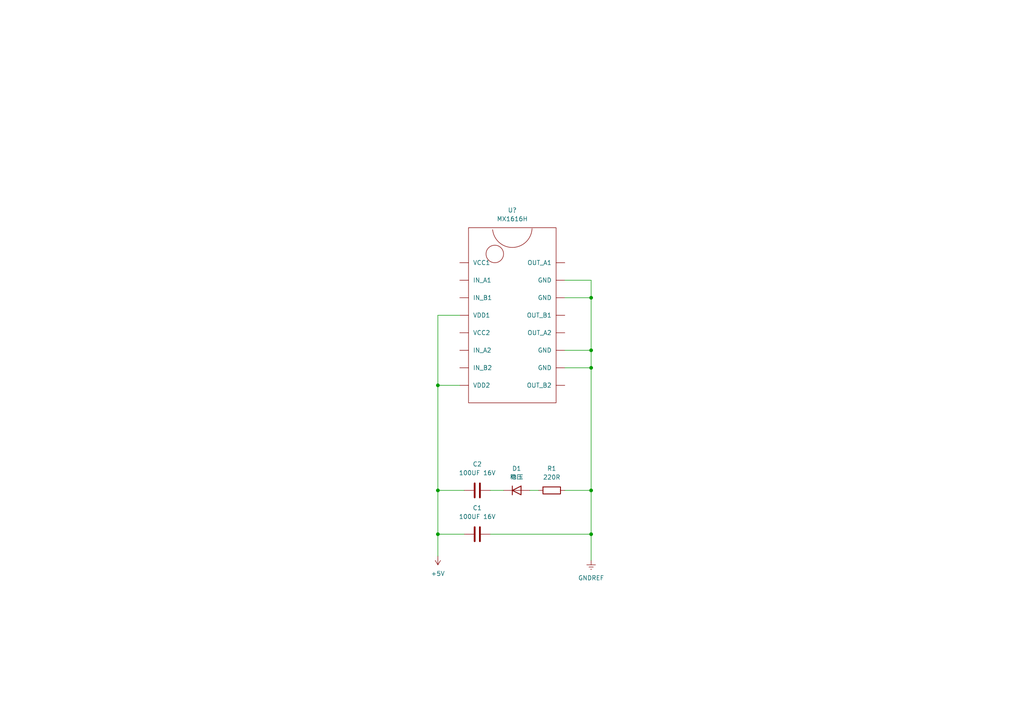
<source format=kicad_sch>
(kicad_sch (version 20211123) (generator eeschema)

  (uuid e9684d69-eeed-476a-989d-475b1c41c31c)

  (paper "A4")

  (lib_symbols
    (symbol "Device:C" (pin_numbers hide) (pin_names (offset 0.254)) (in_bom yes) (on_board yes)
      (property "Reference" "C" (id 0) (at 0.635 2.54 0)
        (effects (font (size 1.27 1.27)) (justify left))
      )
      (property "Value" "C" (id 1) (at 0.635 -2.54 0)
        (effects (font (size 1.27 1.27)) (justify left))
      )
      (property "Footprint" "" (id 2) (at 0.9652 -3.81 0)
        (effects (font (size 1.27 1.27)) hide)
      )
      (property "Datasheet" "~" (id 3) (at 0 0 0)
        (effects (font (size 1.27 1.27)) hide)
      )
      (property "ki_keywords" "cap capacitor" (id 4) (at 0 0 0)
        (effects (font (size 1.27 1.27)) hide)
      )
      (property "ki_description" "Unpolarized capacitor" (id 5) (at 0 0 0)
        (effects (font (size 1.27 1.27)) hide)
      )
      (property "ki_fp_filters" "C_*" (id 6) (at 0 0 0)
        (effects (font (size 1.27 1.27)) hide)
      )
      (symbol "C_0_1"
        (polyline
          (pts
            (xy -2.032 -0.762)
            (xy 2.032 -0.762)
          )
          (stroke (width 0.508) (type default) (color 0 0 0 0))
          (fill (type none))
        )
        (polyline
          (pts
            (xy -2.032 0.762)
            (xy 2.032 0.762)
          )
          (stroke (width 0.508) (type default) (color 0 0 0 0))
          (fill (type none))
        )
      )
      (symbol "C_1_1"
        (pin passive line (at 0 3.81 270) (length 2.794)
          (name "~" (effects (font (size 1.27 1.27))))
          (number "1" (effects (font (size 1.27 1.27))))
        )
        (pin passive line (at 0 -3.81 90) (length 2.794)
          (name "~" (effects (font (size 1.27 1.27))))
          (number "2" (effects (font (size 1.27 1.27))))
        )
      )
    )
    (symbol "Device:D" (pin_numbers hide) (pin_names (offset 1.016) hide) (in_bom yes) (on_board yes)
      (property "Reference" "D" (id 0) (at 0 2.54 0)
        (effects (font (size 1.27 1.27)))
      )
      (property "Value" "D" (id 1) (at 0 -2.54 0)
        (effects (font (size 1.27 1.27)))
      )
      (property "Footprint" "" (id 2) (at 0 0 0)
        (effects (font (size 1.27 1.27)) hide)
      )
      (property "Datasheet" "~" (id 3) (at 0 0 0)
        (effects (font (size 1.27 1.27)) hide)
      )
      (property "ki_keywords" "diode" (id 4) (at 0 0 0)
        (effects (font (size 1.27 1.27)) hide)
      )
      (property "ki_description" "Diode" (id 5) (at 0 0 0)
        (effects (font (size 1.27 1.27)) hide)
      )
      (property "ki_fp_filters" "TO-???* *_Diode_* *SingleDiode* D_*" (id 6) (at 0 0 0)
        (effects (font (size 1.27 1.27)) hide)
      )
      (symbol "D_0_1"
        (polyline
          (pts
            (xy -1.27 1.27)
            (xy -1.27 -1.27)
          )
          (stroke (width 0.254) (type default) (color 0 0 0 0))
          (fill (type none))
        )
        (polyline
          (pts
            (xy 1.27 0)
            (xy -1.27 0)
          )
          (stroke (width 0) (type default) (color 0 0 0 0))
          (fill (type none))
        )
        (polyline
          (pts
            (xy 1.27 1.27)
            (xy 1.27 -1.27)
            (xy -1.27 0)
            (xy 1.27 1.27)
          )
          (stroke (width 0.254) (type default) (color 0 0 0 0))
          (fill (type none))
        )
      )
      (symbol "D_1_1"
        (pin passive line (at -3.81 0 0) (length 2.54)
          (name "K" (effects (font (size 1.27 1.27))))
          (number "1" (effects (font (size 1.27 1.27))))
        )
        (pin passive line (at 3.81 0 180) (length 2.54)
          (name "A" (effects (font (size 1.27 1.27))))
          (number "2" (effects (font (size 1.27 1.27))))
        )
      )
    )
    (symbol "Device:R" (pin_numbers hide) (pin_names (offset 0)) (in_bom yes) (on_board yes)
      (property "Reference" "R" (id 0) (at 2.032 0 90)
        (effects (font (size 1.27 1.27)))
      )
      (property "Value" "R" (id 1) (at 0 0 90)
        (effects (font (size 1.27 1.27)))
      )
      (property "Footprint" "" (id 2) (at -1.778 0 90)
        (effects (font (size 1.27 1.27)) hide)
      )
      (property "Datasheet" "~" (id 3) (at 0 0 0)
        (effects (font (size 1.27 1.27)) hide)
      )
      (property "ki_keywords" "R res resistor" (id 4) (at 0 0 0)
        (effects (font (size 1.27 1.27)) hide)
      )
      (property "ki_description" "Resistor" (id 5) (at 0 0 0)
        (effects (font (size 1.27 1.27)) hide)
      )
      (property "ki_fp_filters" "R_*" (id 6) (at 0 0 0)
        (effects (font (size 1.27 1.27)) hide)
      )
      (symbol "R_0_1"
        (rectangle (start -1.016 -2.54) (end 1.016 2.54)
          (stroke (width 0.254) (type default) (color 0 0 0 0))
          (fill (type none))
        )
      )
      (symbol "R_1_1"
        (pin passive line (at 0 3.81 270) (length 1.27)
          (name "~" (effects (font (size 1.27 1.27))))
          (number "1" (effects (font (size 1.27 1.27))))
        )
        (pin passive line (at 0 -3.81 90) (length 1.27)
          (name "~" (effects (font (size 1.27 1.27))))
          (number "2" (effects (font (size 1.27 1.27))))
        )
      )
    )
    (symbol "exert:MX1616H" (pin_names (offset 1.27)) (in_bom yes) (on_board yes)
      (property "Reference" "U" (id 0) (at 0 -25.4 0)
        (effects (font (size 1.27 1.27)))
      )
      (property "Value" "MX1616H" (id 1) (at 0 -27.94 0)
        (effects (font (size 1.27 1.27)))
      )
      (property "Footprint" "" (id 2) (at 0 0 90)
        (effects (font (size 1.27 1.27)) hide)
      )
      (property "Datasheet" "" (id 3) (at 0 0 90)
        (effects (font (size 1.27 1.27)) hide)
      )
      (symbol "MX1616H_0_1"
        (rectangle (start -12.7 27.94) (end 12.7 -22.86)
          (stroke (width 0) (type default) (color 0 0 0 0))
          (fill (type none))
        )
        (arc (start -5.703 27.3851) (mid 0.1516 22.2121) (end 5.7245 27.6875)
          (stroke (width 0) (type default) (color 0 0 0 0))
          (fill (type none))
        )
        (circle (center -5.08 20.32) (radius 2.54)
          (stroke (width 0) (type default) (color 0 0 0 0))
          (fill (type none))
        )
      )
      (symbol "MX1616H_1_1"
        (pin power_in line (at 15.24 -12.7 180) (length 2.54)
          (name "GND" (effects (font (size 1.27 1.27))))
          (number "" (effects (font (size 1.27 1.27))))
        )
        (pin power_in line (at 15.24 -7.62 180) (length 2.54)
          (name "GND" (effects (font (size 1.27 1.27))))
          (number "" (effects (font (size 1.27 1.27))))
        )
        (pin power_in line (at 15.24 7.62 180) (length 2.54)
          (name "GND" (effects (font (size 1.27 1.27))))
          (number "" (effects (font (size 1.27 1.27))))
        )
        (pin power_in line (at 15.24 12.7 180) (length 2.54)
          (name "GND" (effects (font (size 1.27 1.27))))
          (number "" (effects (font (size 1.27 1.27))))
        )
        (pin input line (at -15.24 12.7 0) (length 2.54)
          (name "IN_A1" (effects (font (size 1.27 1.27))))
          (number "" (effects (font (size 1.27 1.27))))
        )
        (pin input line (at -15.24 -7.62 0) (length 2.54)
          (name "IN_A2" (effects (font (size 1.27 1.27))))
          (number "" (effects (font (size 1.27 1.27))))
        )
        (pin input line (at -15.24 7.62 0) (length 2.54)
          (name "IN_B1" (effects (font (size 1.27 1.27))))
          (number "" (effects (font (size 1.27 1.27))))
        )
        (pin input line (at -15.24 -12.7 0) (length 2.54)
          (name "IN_B2" (effects (font (size 1.27 1.27))))
          (number "" (effects (font (size 1.27 1.27))))
        )
        (pin bidirectional line (at 15.24 17.78 180) (length 2.54)
          (name "OUT_A1" (effects (font (size 1.27 1.27))))
          (number "" (effects (font (size 1.27 1.27))))
        )
        (pin bidirectional line (at 15.24 -2.54 180) (length 2.54)
          (name "OUT_A2" (effects (font (size 1.27 1.27))))
          (number "" (effects (font (size 1.27 1.27))))
        )
        (pin bidirectional line (at 15.24 2.54 180) (length 2.54)
          (name "OUT_B1" (effects (font (size 1.27 1.27))))
          (number "" (effects (font (size 1.27 1.27))))
        )
        (pin bidirectional line (at 15.24 -17.78 180) (length 2.54)
          (name "OUT_B2" (effects (font (size 1.27 1.27))))
          (number "" (effects (font (size 1.27 1.27))))
        )
        (pin power_in line (at -15.24 17.78 0) (length 2.54)
          (name "VCC1" (effects (font (size 1.27 1.27))))
          (number "" (effects (font (size 1.27 1.27))))
        )
        (pin power_in line (at -15.24 -2.54 0) (length 2.54)
          (name "VCC2" (effects (font (size 1.27 1.27))))
          (number "" (effects (font (size 1.27 1.27))))
        )
        (pin power_in line (at -15.24 2.54 0) (length 2.54)
          (name "VDD1" (effects (font (size 1.27 1.27))))
          (number "" (effects (font (size 1.27 1.27))))
        )
        (pin power_in line (at -15.24 -17.78 0) (length 2.54)
          (name "VDD2" (effects (font (size 1.27 1.27))))
          (number "" (effects (font (size 1.27 1.27))))
        )
      )
    )
    (symbol "power:+5V" (power) (pin_names (offset 0)) (in_bom yes) (on_board yes)
      (property "Reference" "#PWR" (id 0) (at 0 -3.81 0)
        (effects (font (size 1.27 1.27)) hide)
      )
      (property "Value" "+5V" (id 1) (at 0 3.556 0)
        (effects (font (size 1.27 1.27)))
      )
      (property "Footprint" "" (id 2) (at 0 0 0)
        (effects (font (size 1.27 1.27)) hide)
      )
      (property "Datasheet" "" (id 3) (at 0 0 0)
        (effects (font (size 1.27 1.27)) hide)
      )
      (property "ki_keywords" "global power" (id 4) (at 0 0 0)
        (effects (font (size 1.27 1.27)) hide)
      )
      (property "ki_description" "Power symbol creates a global label with name \"+5V\"" (id 5) (at 0 0 0)
        (effects (font (size 1.27 1.27)) hide)
      )
      (symbol "+5V_0_1"
        (polyline
          (pts
            (xy -0.762 1.27)
            (xy 0 2.54)
          )
          (stroke (width 0) (type default) (color 0 0 0 0))
          (fill (type none))
        )
        (polyline
          (pts
            (xy 0 0)
            (xy 0 2.54)
          )
          (stroke (width 0) (type default) (color 0 0 0 0))
          (fill (type none))
        )
        (polyline
          (pts
            (xy 0 2.54)
            (xy 0.762 1.27)
          )
          (stroke (width 0) (type default) (color 0 0 0 0))
          (fill (type none))
        )
      )
      (symbol "+5V_1_1"
        (pin power_in line (at 0 0 90) (length 0) hide
          (name "+5V" (effects (font (size 1.27 1.27))))
          (number "1" (effects (font (size 1.27 1.27))))
        )
      )
    )
    (symbol "power:GNDREF" (power) (pin_names (offset 0)) (in_bom yes) (on_board yes)
      (property "Reference" "#PWR" (id 0) (at 0 -6.35 0)
        (effects (font (size 1.27 1.27)) hide)
      )
      (property "Value" "GNDREF" (id 1) (at 0 -3.81 0)
        (effects (font (size 1.27 1.27)))
      )
      (property "Footprint" "" (id 2) (at 0 0 0)
        (effects (font (size 1.27 1.27)) hide)
      )
      (property "Datasheet" "" (id 3) (at 0 0 0)
        (effects (font (size 1.27 1.27)) hide)
      )
      (property "ki_keywords" "global power" (id 4) (at 0 0 0)
        (effects (font (size 1.27 1.27)) hide)
      )
      (property "ki_description" "Power symbol creates a global label with name \"GNDREF\" , reference supply ground" (id 5) (at 0 0 0)
        (effects (font (size 1.27 1.27)) hide)
      )
      (symbol "GNDREF_0_1"
        (polyline
          (pts
            (xy -0.635 -1.905)
            (xy 0.635 -1.905)
          )
          (stroke (width 0) (type default) (color 0 0 0 0))
          (fill (type none))
        )
        (polyline
          (pts
            (xy -0.127 -2.54)
            (xy 0.127 -2.54)
          )
          (stroke (width 0) (type default) (color 0 0 0 0))
          (fill (type none))
        )
        (polyline
          (pts
            (xy 0 -1.27)
            (xy 0 0)
          )
          (stroke (width 0) (type default) (color 0 0 0 0))
          (fill (type none))
        )
        (polyline
          (pts
            (xy 1.27 -1.27)
            (xy -1.27 -1.27)
          )
          (stroke (width 0) (type default) (color 0 0 0 0))
          (fill (type none))
        )
      )
      (symbol "GNDREF_1_1"
        (pin power_in line (at 0 0 270) (length 0) hide
          (name "GNDREF" (effects (font (size 1.27 1.27))))
          (number "1" (effects (font (size 1.27 1.27))))
        )
      )
    )
  )

  (junction (at 171.45 101.6) (diameter 0) (color 0 0 0 0)
    (uuid 5c03c3b7-87ae-494d-9af5-9569af4c4e29)
  )
  (junction (at 171.45 86.36) (diameter 0) (color 0 0 0 0)
    (uuid 8133eb9a-9679-4536-a5c8-2566eb746688)
  )
  (junction (at 171.45 142.24) (diameter 0) (color 0 0 0 0)
    (uuid 8f9b59b8-b074-4fc8-80a0-40a5933fd417)
  )
  (junction (at 127 142.24) (diameter 0) (color 0 0 0 0)
    (uuid 97d4a004-0820-4c2b-9b4f-e79431f32a0d)
  )
  (junction (at 127 111.76) (diameter 0) (color 0 0 0 0)
    (uuid a7524635-b0d2-4a02-87cc-3e3f37c7bb14)
  )
  (junction (at 127 154.94) (diameter 0) (color 0 0 0 0)
    (uuid ab8f534a-e1fa-48aa-9c45-6641c42f1f79)
  )
  (junction (at 171.45 106.68) (diameter 0) (color 0 0 0 0)
    (uuid ae711bdb-5369-4954-bc33-63d21f548ea7)
  )
  (junction (at 171.45 154.94) (diameter 0) (color 0 0 0 0)
    (uuid ff80186d-f5aa-41b9-9c8a-75cd646fc907)
  )

  (wire (pts (xy 171.45 101.6) (xy 171.45 106.68))
    (stroke (width 0) (type default) (color 0 0 0 0))
    (uuid 064bedc0-55a4-43e6-bcf9-b194c43fde07)
  )
  (wire (pts (xy 171.45 86.36) (xy 163.83 86.36))
    (stroke (width 0) (type default) (color 0 0 0 0))
    (uuid 0cca4a61-8795-41b8-9d08-5f33e2412786)
  )
  (wire (pts (xy 171.45 154.94) (xy 171.45 162.56))
    (stroke (width 0) (type default) (color 0 0 0 0))
    (uuid 0ce00b24-43a0-4995-9901-4c12ed5ff2bd)
  )
  (wire (pts (xy 142.24 154.94) (xy 171.45 154.94))
    (stroke (width 0) (type default) (color 0 0 0 0))
    (uuid 0dc09347-7d73-4c68-aa68-01cfa8f393e2)
  )
  (wire (pts (xy 171.45 81.28) (xy 171.45 86.36))
    (stroke (width 0) (type default) (color 0 0 0 0))
    (uuid 0dfa8ac0-4283-4ae1-bec5-484a9ff49c32)
  )
  (wire (pts (xy 127 154.94) (xy 134.62 154.94))
    (stroke (width 0) (type default) (color 0 0 0 0))
    (uuid 22f087a5-1c67-4554-85b1-da593578b45b)
  )
  (wire (pts (xy 127 142.24) (xy 127 154.94))
    (stroke (width 0) (type default) (color 0 0 0 0))
    (uuid 51db22db-34ed-48ad-b9bb-982bf87eb6fc)
  )
  (wire (pts (xy 127 154.94) (xy 127 161.29))
    (stroke (width 0) (type default) (color 0 0 0 0))
    (uuid 52f4bc86-ac95-4c7f-a1c1-7e045b35745f)
  )
  (wire (pts (xy 153.67 142.24) (xy 156.21 142.24))
    (stroke (width 0) (type default) (color 0 0 0 0))
    (uuid 5327ea04-7b1a-4dc2-a390-e2733398595c)
  )
  (wire (pts (xy 127 91.44) (xy 127 111.76))
    (stroke (width 0) (type default) (color 0 0 0 0))
    (uuid 7b0a6ac4-484c-4d91-85ca-e9d007ca2191)
  )
  (wire (pts (xy 171.45 86.36) (xy 171.45 101.6))
    (stroke (width 0) (type default) (color 0 0 0 0))
    (uuid 7fbe2a8d-b035-420d-bcfa-8ca51e2e3239)
  )
  (wire (pts (xy 171.45 142.24) (xy 171.45 154.94))
    (stroke (width 0) (type default) (color 0 0 0 0))
    (uuid 87f68f52-1e3c-4817-b9e6-ec68d3d92038)
  )
  (wire (pts (xy 163.83 142.24) (xy 171.45 142.24))
    (stroke (width 0) (type default) (color 0 0 0 0))
    (uuid 9725c318-7f49-4865-a5c4-50297ff4c788)
  )
  (wire (pts (xy 127 111.76) (xy 127 142.24))
    (stroke (width 0) (type default) (color 0 0 0 0))
    (uuid 9e3b8b88-1920-4da5-bc51-00608cd227b2)
  )
  (wire (pts (xy 142.24 142.24) (xy 146.05 142.24))
    (stroke (width 0) (type default) (color 0 0 0 0))
    (uuid aaae2d93-01de-47dd-9f80-bf5a3806a1b2)
  )
  (wire (pts (xy 171.45 106.68) (xy 171.45 142.24))
    (stroke (width 0) (type default) (color 0 0 0 0))
    (uuid c665be54-e4f5-4f49-bcbb-d73dbad6babe)
  )
  (wire (pts (xy 163.83 81.28) (xy 171.45 81.28))
    (stroke (width 0) (type default) (color 0 0 0 0))
    (uuid ca794561-edf5-481b-83f5-5a5676ea80a4)
  )
  (wire (pts (xy 127 142.24) (xy 134.62 142.24))
    (stroke (width 0) (type default) (color 0 0 0 0))
    (uuid d46cc585-4035-4736-bc72-3dd6f4ef0b00)
  )
  (wire (pts (xy 133.35 111.76) (xy 127 111.76))
    (stroke (width 0) (type default) (color 0 0 0 0))
    (uuid e110543b-49b8-4a55-adea-f880673b74a8)
  )
  (wire (pts (xy 133.35 91.44) (xy 127 91.44))
    (stroke (width 0) (type default) (color 0 0 0 0))
    (uuid ed4dc0df-d108-4fe1-8ca6-8ed32e5847a4)
  )
  (wire (pts (xy 163.83 101.6) (xy 171.45 101.6))
    (stroke (width 0) (type default) (color 0 0 0 0))
    (uuid f743a5f1-c8bc-4e9a-ab32-abdf19b72bb1)
  )
  (wire (pts (xy 171.45 106.68) (xy 163.83 106.68))
    (stroke (width 0) (type default) (color 0 0 0 0))
    (uuid f74f8565-ebe7-41db-a129-1578f5c5e3ab)
  )

  (symbol (lib_id "exert:MX1616H") (at 148.59 93.98 0) (unit 1)
    (in_bom yes) (on_board yes) (fields_autoplaced)
    (uuid 06b6eeb3-c0da-42ac-9c8a-48b1f0a9c822)
    (property "Reference" "U?" (id 0) (at 148.59 60.96 0))
    (property "Value" "MX1616H" (id 1) (at 148.59 63.5 0))
    (property "Footprint" "" (id 2) (at 148.59 93.98 90)
      (effects (font (size 1.27 1.27)) hide)
    )
    (property "Datasheet" "" (id 3) (at 148.59 93.98 90)
      (effects (font (size 1.27 1.27)) hide)
    )
    (pin "" (uuid fdbd3a0c-08fe-4d5c-b2de-91e7f284be91))
    (pin "" (uuid 51540752-eea5-4eac-b917-4f88387b67e8))
    (pin "" (uuid c061f0b0-6e27-4a70-83c3-cbbcd337d3c2))
    (pin "" (uuid 1cca84b4-ae8e-4e1b-951e-0fcb7a1eb1aa))
    (pin "" (uuid 81913424-da84-41d3-97db-c526bcba1bb0))
    (pin "" (uuid d9357450-3b47-4ee8-bedd-a49bc659e93e))
    (pin "" (uuid 420d0998-f1be-4989-b5ca-3b1f0280f54a))
    (pin "" (uuid 5b4d52ee-7892-4380-8daa-2648881e1770))
    (pin "" (uuid 178be9b2-027d-4359-b54c-88310296b514))
    (pin "" (uuid 108a2cc8-c8dd-41fa-b37c-d171e3848005))
    (pin "" (uuid eb97fee7-a144-40aa-844c-dc28f37116e8))
    (pin "" (uuid 9f04c888-b257-4ae8-a20d-cd1286278789))
    (pin "" (uuid b478bc1a-eab5-46be-8419-4733d6c605d5))
    (pin "" (uuid 5fc5e62c-79f5-48e7-bfe6-313ea63dc116))
    (pin "" (uuid 596eb3c1-67c9-430f-bdcf-65a2810d9bdf))
    (pin "" (uuid 112abf8c-8ab6-4152-91da-028d34df7dc8))
  )

  (symbol (lib_id "Device:R") (at 160.02 142.24 270) (unit 1)
    (in_bom yes) (on_board yes) (fields_autoplaced)
    (uuid 2447f6a9-6ee4-440d-b10f-1349a5b41d31)
    (property "Reference" "R1" (id 0) (at 160.02 135.89 90))
    (property "Value" "220R" (id 1) (at 160.02 138.43 90))
    (property "Footprint" "" (id 2) (at 160.02 140.462 90)
      (effects (font (size 1.27 1.27)) hide)
    )
    (property "Datasheet" "~" (id 3) (at 160.02 142.24 0)
      (effects (font (size 1.27 1.27)) hide)
    )
    (pin "1" (uuid d5b0ed37-9525-4b1b-8259-9f93649d3045))
    (pin "2" (uuid a306d806-acf6-4a67-9d48-f7f26bc277a1))
  )

  (symbol (lib_id "power:GNDREF") (at 171.45 162.56 0) (unit 1)
    (in_bom yes) (on_board yes) (fields_autoplaced)
    (uuid 77a7e90c-d98f-464c-9d6e-c70dbd72969c)
    (property "Reference" "#PWR?" (id 0) (at 171.45 168.91 0)
      (effects (font (size 1.27 1.27)) hide)
    )
    (property "Value" "GNDREF" (id 1) (at 171.45 167.64 0))
    (property "Footprint" "" (id 2) (at 171.45 162.56 0)
      (effects (font (size 1.27 1.27)) hide)
    )
    (property "Datasheet" "" (id 3) (at 171.45 162.56 0)
      (effects (font (size 1.27 1.27)) hide)
    )
    (pin "1" (uuid 1e00167f-a88d-4d7a-92ae-04aff510c248))
  )

  (symbol (lib_id "power:+5V") (at 127 161.29 0) (mirror x) (unit 1)
    (in_bom yes) (on_board yes) (fields_autoplaced)
    (uuid 83d7e72f-3f7c-4555-9506-1bd9d7aa28d4)
    (property "Reference" "#PWR?" (id 0) (at 127 157.48 0)
      (effects (font (size 1.27 1.27)) hide)
    )
    (property "Value" "+5V" (id 1) (at 127 166.37 0))
    (property "Footprint" "" (id 2) (at 127 161.29 0)
      (effects (font (size 1.27 1.27)) hide)
    )
    (property "Datasheet" "" (id 3) (at 127 161.29 0)
      (effects (font (size 1.27 1.27)) hide)
    )
    (pin "1" (uuid 89dc1917-99ec-4bc9-8ab8-77f07024639e))
  )

  (symbol (lib_id "Device:D") (at 149.86 142.24 0) (unit 1)
    (in_bom yes) (on_board yes) (fields_autoplaced)
    (uuid d66d7819-399a-4858-887a-5f3f347764aa)
    (property "Reference" "D1" (id 0) (at 149.86 135.89 0))
    (property "Value" "稳压" (id 1) (at 149.86 138.43 0))
    (property "Footprint" "" (id 2) (at 149.86 142.24 0)
      (effects (font (size 1.27 1.27)) hide)
    )
    (property "Datasheet" "~" (id 3) (at 149.86 142.24 0)
      (effects (font (size 1.27 1.27)) hide)
    )
    (pin "1" (uuid 58d80a86-6430-47e2-bc38-d67d7da8122f))
    (pin "2" (uuid 5bfca7cf-f19c-4f27-ac78-7e4462a73343))
  )

  (symbol (lib_id "Device:C") (at 138.43 142.24 270) (unit 1)
    (in_bom yes) (on_board yes) (fields_autoplaced)
    (uuid f33b6f77-c3c0-4b1c-8c97-2eb468d9c64e)
    (property "Reference" "C2" (id 0) (at 138.43 134.62 90))
    (property "Value" "100UF 16V" (id 1) (at 138.43 137.16 90))
    (property "Footprint" "" (id 2) (at 134.62 143.2052 0)
      (effects (font (size 1.27 1.27)) hide)
    )
    (property "Datasheet" "~" (id 3) (at 138.43 142.24 0)
      (effects (font (size 1.27 1.27)) hide)
    )
    (pin "1" (uuid 46766d11-80c6-46e8-a650-8c076a274f74))
    (pin "2" (uuid 406f3530-d056-42a5-8b95-ea59ab081117))
  )

  (symbol (lib_id "Device:C") (at 138.43 154.94 270) (unit 1)
    (in_bom yes) (on_board yes) (fields_autoplaced)
    (uuid f9a78655-b388-45ac-b44a-c85aa39ae357)
    (property "Reference" "C1" (id 0) (at 138.43 147.32 90))
    (property "Value" "100UF 16V" (id 1) (at 138.43 149.86 90))
    (property "Footprint" "" (id 2) (at 134.62 155.9052 0)
      (effects (font (size 1.27 1.27)) hide)
    )
    (property "Datasheet" "~" (id 3) (at 138.43 154.94 0)
      (effects (font (size 1.27 1.27)) hide)
    )
    (pin "1" (uuid aa94b95c-1df1-4908-8aa2-7ca53f0a0596))
    (pin "2" (uuid 02e6c895-5668-40c7-b872-90552b145c60))
  )

  (sheet_instances
    (path "/" (page "1"))
  )

  (symbol_instances
    (path "/77a7e90c-d98f-464c-9d6e-c70dbd72969c"
      (reference "#PWR?") (unit 1) (value "GNDREF") (footprint "")
    )
    (path "/83d7e72f-3f7c-4555-9506-1bd9d7aa28d4"
      (reference "#PWR?") (unit 1) (value "+5V") (footprint "")
    )
    (path "/f9a78655-b388-45ac-b44a-c85aa39ae357"
      (reference "C1") (unit 1) (value "100UF 16V") (footprint "")
    )
    (path "/f33b6f77-c3c0-4b1c-8c97-2eb468d9c64e"
      (reference "C2") (unit 1) (value "100UF 16V") (footprint "")
    )
    (path "/d66d7819-399a-4858-887a-5f3f347764aa"
      (reference "D1") (unit 1) (value "稳压") (footprint "")
    )
    (path "/2447f6a9-6ee4-440d-b10f-1349a5b41d31"
      (reference "R1") (unit 1) (value "220R") (footprint "")
    )
    (path "/06b6eeb3-c0da-42ac-9c8a-48b1f0a9c822"
      (reference "U?") (unit 1) (value "MX1616H") (footprint "")
    )
  )
)

</source>
